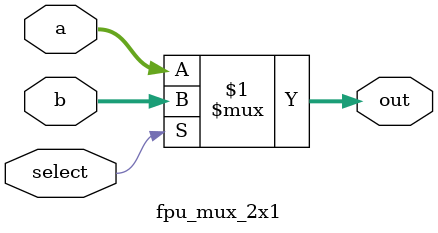
<source format=v>

module fpu_mux_2x1 #(parameter size = 32)
(
    input select,
    input [size-1:0] a,
    input [size-1:0] b,
    output [size-1:0] out
);

    assign out = select ? b : a;

endmodule
</source>
